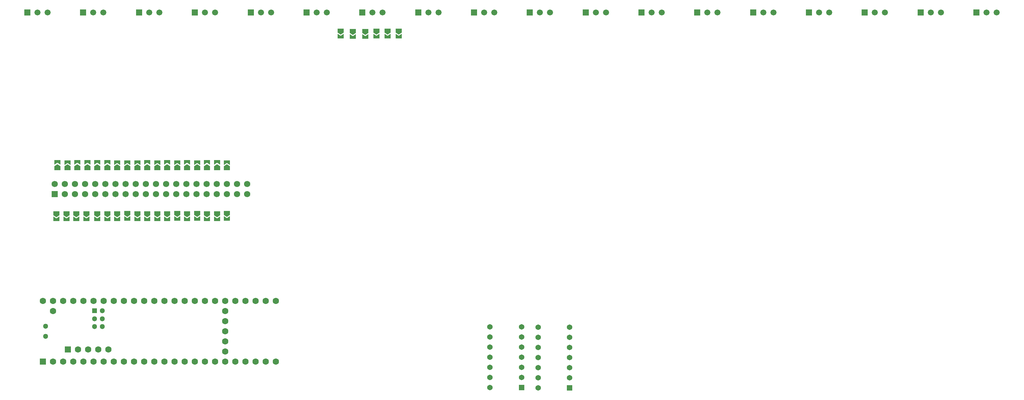
<source format=gbr>
%TF.GenerationSoftware,KiCad,Pcbnew,8.0.3-1.fc40*%
%TF.CreationDate,2024-06-20T20:24:11-04:00*%
%TF.ProjectId,sampler_split_sensor,73616d70-6c65-4725-9f73-706c69745f73,rev?*%
%TF.SameCoordinates,Original*%
%TF.FileFunction,Soldermask,Bot*%
%TF.FilePolarity,Negative*%
%FSLAX46Y46*%
G04 Gerber Fmt 4.6, Leading zero omitted, Abs format (unit mm)*
G04 Created by KiCad (PCBNEW 8.0.3-1.fc40) date 2024-06-20 20:24:11*
%MOMM*%
%LPD*%
G01*
G04 APERTURE LIST*
G04 Aperture macros list*
%AMRoundRect*
0 Rectangle with rounded corners*
0 $1 Rounding radius*
0 $2 $3 $4 $5 $6 $7 $8 $9 X,Y pos of 4 corners*
0 Add a 4 corners polygon primitive as box body*
4,1,4,$2,$3,$4,$5,$6,$7,$8,$9,$2,$3,0*
0 Add four circle primitives for the rounded corners*
1,1,$1+$1,$2,$3*
1,1,$1+$1,$4,$5*
1,1,$1+$1,$6,$7*
1,1,$1+$1,$8,$9*
0 Add four rect primitives between the rounded corners*
20,1,$1+$1,$2,$3,$4,$5,0*
20,1,$1+$1,$4,$5,$6,$7,0*
20,1,$1+$1,$6,$7,$8,$9,0*
20,1,$1+$1,$8,$9,$2,$3,0*%
%AMFreePoly0*
4,1,6,1.000000,0.000000,0.500000,-0.750000,-0.500000,-0.750000,-0.500000,0.750000,0.500000,0.750000,1.000000,0.000000,1.000000,0.000000,$1*%
%AMFreePoly1*
4,1,6,0.500000,-0.750000,-0.650000,-0.750000,-0.150000,0.000000,-0.650000,0.750000,0.500000,0.750000,0.500000,-0.750000,0.500000,-0.750000,$1*%
G04 Aperture macros list end*
%ADD10R,1.500000X1.500000*%
%ADD11C,1.500000*%
%ADD12C,1.374000*%
%ADD13RoundRect,0.102000X0.585000X0.585000X-0.585000X0.585000X-0.585000X-0.585000X0.585000X-0.585000X0*%
%ADD14FreePoly0,270.000000*%
%ADD15FreePoly1,270.000000*%
%ADD16RoundRect,0.102000X-0.685000X-0.685000X0.685000X-0.685000X0.685000X0.685000X-0.685000X0.685000X0*%
%ADD17C,1.574000*%
%ADD18R,1.600000X1.600000*%
%ADD19C,1.600000*%
%ADD20R,1.300000X1.300000*%
%ADD21C,1.300000*%
%ADD22FreePoly1,90.000000*%
%ADD23FreePoly0,90.000000*%
G04 APERTURE END LIST*
D10*
%TO.C,U4*%
X43960000Y-35860000D03*
D11*
X46500000Y-35860000D03*
X49040000Y-35860000D03*
%TD*%
D10*
%TO.C,U14*%
X183960000Y-35860000D03*
D11*
X186500000Y-35860000D03*
X189040000Y-35860000D03*
%TD*%
D10*
%TO.C,U2*%
X15960000Y-35860000D03*
D11*
X18500000Y-35860000D03*
X21040000Y-35860000D03*
%TD*%
D10*
%TO.C,U5*%
X57960000Y-35860000D03*
D11*
X60500000Y-35860000D03*
X63040000Y-35860000D03*
%TD*%
D10*
%TO.C,U3*%
X29960000Y-35860000D03*
D11*
X32500000Y-35860000D03*
X35040000Y-35860000D03*
%TD*%
D10*
%TO.C,U12*%
X155960000Y-35860000D03*
D11*
X158500000Y-35860000D03*
X161040000Y-35860000D03*
%TD*%
D10*
%TO.C,U18*%
X239960000Y-35860000D03*
D11*
X242500000Y-35860000D03*
X245040000Y-35860000D03*
%TD*%
D10*
%TO.C,U17*%
X225960000Y-35860000D03*
D11*
X228500000Y-35860000D03*
X231040000Y-35860000D03*
%TD*%
D10*
%TO.C,U6*%
X71960000Y-35860000D03*
D11*
X74500000Y-35860000D03*
X77040000Y-35860000D03*
%TD*%
D10*
%TO.C,U8*%
X99960000Y-35860000D03*
D11*
X102500000Y-35860000D03*
X105040000Y-35860000D03*
%TD*%
D10*
%TO.C,U11*%
X141960000Y-35860000D03*
D11*
X144500000Y-35860000D03*
X147040000Y-35860000D03*
%TD*%
D10*
%TO.C,U7*%
X85960000Y-35860000D03*
D11*
X88500000Y-35860000D03*
X91040000Y-35860000D03*
%TD*%
D10*
%TO.C,U10*%
X127960000Y-35860000D03*
D11*
X130500000Y-35860000D03*
X133040000Y-35860000D03*
%TD*%
D10*
%TO.C,U19*%
X253960000Y-35860000D03*
D11*
X256500000Y-35860000D03*
X259040000Y-35860000D03*
%TD*%
D10*
%TO.C,U9*%
X113960000Y-35860000D03*
D11*
X116500000Y-35860000D03*
X119040000Y-35860000D03*
%TD*%
D10*
%TO.C,U15*%
X197960000Y-35860000D03*
D11*
X200500000Y-35860000D03*
X203040000Y-35860000D03*
%TD*%
D10*
%TO.C,U13*%
X169960000Y-35860000D03*
D11*
X172500000Y-35860000D03*
X175040000Y-35860000D03*
%TD*%
D10*
%TO.C,U16*%
X211960000Y-35860000D03*
D11*
X214500000Y-35860000D03*
X217040000Y-35860000D03*
%TD*%
D12*
%TO.C,BOARDSEL_ENABLE1*%
X131955686Y-130120000D03*
X131955686Y-127580000D03*
X131955686Y-125040000D03*
X131955686Y-122500000D03*
X131955686Y-119960000D03*
X131955686Y-117420000D03*
X131955686Y-114880000D03*
X139895686Y-114880000D03*
X139895686Y-117420000D03*
X139895686Y-119960000D03*
X139895686Y-122500000D03*
X139895686Y-125040000D03*
X139895686Y-127580000D03*
D13*
X139895686Y-130120000D03*
%TD*%
D14*
%TO.C,JP5*%
X94500000Y-40475001D03*
D15*
X94500000Y-41924999D03*
%TD*%
D14*
%TO.C,JP6*%
X97600000Y-40500000D03*
D15*
X97600000Y-41949998D03*
%TD*%
D16*
%TO.C,J1*%
X22775686Y-81540000D03*
D17*
X22775686Y-79000000D03*
X25315686Y-81540000D03*
X25315686Y-79000000D03*
X27855686Y-81540000D03*
X27855686Y-79000000D03*
X30395686Y-81540000D03*
X30395686Y-79000000D03*
X32935686Y-81540000D03*
X32935686Y-79000000D03*
X35475686Y-81540000D03*
X35475686Y-79000000D03*
X38015686Y-81540000D03*
X38015686Y-79000000D03*
X40555686Y-81540000D03*
X40555686Y-79000000D03*
X43095686Y-81540000D03*
X43095686Y-79000000D03*
X45635686Y-81540000D03*
X45635686Y-79000000D03*
X48175686Y-81540000D03*
X48175686Y-79000000D03*
X50715686Y-81540000D03*
X50715686Y-79000000D03*
X53255686Y-81540000D03*
X53255686Y-79000000D03*
X55795686Y-81540000D03*
X55795686Y-79000000D03*
X58335686Y-81540000D03*
X58335686Y-79000000D03*
X60875686Y-81540000D03*
X60875686Y-79000000D03*
X63415686Y-81540000D03*
X63415686Y-79000000D03*
X65955686Y-81540000D03*
X65955686Y-79000000D03*
X68495686Y-81540000D03*
X68495686Y-79000000D03*
X71035686Y-81540000D03*
X71035686Y-79000000D03*
%TD*%
D18*
%TO.C,U1*%
X19805686Y-123620000D03*
D19*
X22345686Y-123620000D03*
X24885686Y-123620000D03*
X27425686Y-123620000D03*
X29965686Y-123620000D03*
X32505686Y-123620000D03*
X35045686Y-123620000D03*
X37585686Y-123620000D03*
X40125686Y-123620000D03*
X42665686Y-123620000D03*
X45205686Y-123620000D03*
X47745686Y-123620000D03*
X50285686Y-123620000D03*
X52825686Y-123620000D03*
X55365686Y-123620000D03*
X57905686Y-123620000D03*
X60445686Y-123620000D03*
X62985686Y-123620000D03*
X65525686Y-123620000D03*
X68065686Y-123620000D03*
X70605686Y-123620000D03*
X73145686Y-123620000D03*
X75685686Y-123620000D03*
X78225686Y-123620000D03*
X78225686Y-108380000D03*
X75685686Y-108380000D03*
X73145686Y-108380000D03*
X70605686Y-108380000D03*
X68065686Y-108380000D03*
X65525686Y-108380000D03*
X62985686Y-108380000D03*
X60445686Y-108380000D03*
X57905686Y-108380000D03*
X55365686Y-108380000D03*
X52825686Y-108380000D03*
X50285686Y-108380000D03*
X47745686Y-108380000D03*
X45205686Y-108380000D03*
X42665686Y-108380000D03*
X40125686Y-108380000D03*
X37585686Y-108380000D03*
X35045686Y-108380000D03*
X32505686Y-108380000D03*
X29965686Y-108380000D03*
X27425686Y-108380000D03*
X24885686Y-108380000D03*
X22345686Y-108380000D03*
X19805686Y-108380000D03*
X22345686Y-110920000D03*
X65525686Y-121080000D03*
X65525686Y-118540000D03*
X65525686Y-116000000D03*
X65525686Y-113460000D03*
X65525686Y-110920000D03*
D18*
X26104886Y-120569200D03*
D19*
X28644886Y-120569200D03*
X31184886Y-120569200D03*
X33724886Y-120569200D03*
X36264886Y-120569200D03*
D20*
X32775686Y-110818400D03*
D21*
X32775686Y-112818400D03*
X32775686Y-114818400D03*
X34775686Y-114818400D03*
X34775686Y-112818400D03*
X34775686Y-110818400D03*
X20535686Y-114730000D03*
X20535686Y-117270000D03*
%TD*%
D13*
%TO.C,BOARDSEL_CMP1*%
X151955686Y-130160000D03*
D12*
X151955686Y-127620000D03*
X151955686Y-125080000D03*
X151955686Y-122540000D03*
X151955686Y-120000000D03*
X151955686Y-117460000D03*
X151955686Y-114920000D03*
X144015686Y-114920000D03*
X144015686Y-117460000D03*
X144015686Y-120000000D03*
X144015686Y-122540000D03*
X144015686Y-125080000D03*
X144015686Y-127620000D03*
X144015686Y-130160000D03*
%TD*%
D14*
%TO.C,JP26*%
X109100000Y-40475001D03*
D15*
X109100000Y-41924999D03*
%TD*%
D14*
%TO.C,JPE01*%
X23265686Y-86300000D03*
D15*
X23265686Y-87750000D03*
%TD*%
D14*
%TO.C,JPE15*%
X58515686Y-86275000D03*
D15*
X58515686Y-87725000D03*
%TD*%
D14*
%TO.C,JPE13*%
X53515686Y-86275000D03*
D15*
X53515686Y-87725000D03*
%TD*%
D22*
%TO.C,JP20*%
X53515686Y-73525000D03*
D23*
X53515686Y-74975000D03*
%TD*%
D14*
%TO.C,JPE04*%
X30765686Y-86300000D03*
D15*
X30765686Y-87750000D03*
%TD*%
D22*
%TO.C,JP46*%
X63515686Y-73500000D03*
D23*
X63515686Y-74950000D03*
%TD*%
D14*
%TO.C,JPE18*%
X66015686Y-86275000D03*
D15*
X66015686Y-87725000D03*
%TD*%
D22*
%TO.C,JP16*%
X43515686Y-73525000D03*
D23*
X43515686Y-74975000D03*
%TD*%
D22*
%TO.C,JP47*%
X66015686Y-73525000D03*
D23*
X66015686Y-74975000D03*
%TD*%
D22*
%TO.C,JP13*%
X36015686Y-73500000D03*
D23*
X36015686Y-74950000D03*
%TD*%
D14*
%TO.C,JPE06*%
X36015686Y-86300000D03*
D15*
X36015686Y-87750000D03*
%TD*%
D22*
%TO.C,JP15*%
X41015686Y-73525000D03*
D23*
X41015686Y-74975000D03*
%TD*%
D14*
%TO.C,JPE08*%
X41015686Y-86275000D03*
D15*
X41015686Y-87725000D03*
%TD*%
D14*
%TO.C,JPE12*%
X51015686Y-86300000D03*
D15*
X51015686Y-87750000D03*
%TD*%
D22*
%TO.C,JP45*%
X61015686Y-73500000D03*
D23*
X61015686Y-74950000D03*
%TD*%
D22*
%TO.C,JP17*%
X46015686Y-73500000D03*
D23*
X46015686Y-74950000D03*
%TD*%
D14*
%TO.C,JPE14*%
X56015686Y-86300000D03*
D15*
X56015686Y-87750000D03*
%TD*%
D14*
%TO.C,JPE16*%
X61015686Y-86300000D03*
D15*
X61015686Y-87750000D03*
%TD*%
D22*
%TO.C,JP21*%
X56015686Y-73500000D03*
D23*
X56015686Y-74950000D03*
%TD*%
D14*
%TO.C,JPE03*%
X28265686Y-86300000D03*
D15*
X28265686Y-87750000D03*
%TD*%
D14*
%TO.C,JPE02*%
X25765686Y-86300000D03*
D15*
X25765686Y-87750000D03*
%TD*%
D22*
%TO.C,JP19*%
X51015686Y-73500000D03*
D23*
X51015686Y-74950000D03*
%TD*%
D14*
%TO.C,JPE09*%
X43515686Y-86300000D03*
D15*
X43515686Y-87750000D03*
%TD*%
D14*
%TO.C,JPE07*%
X38515686Y-86300000D03*
D15*
X38515686Y-87750000D03*
%TD*%
D22*
%TO.C,JP14*%
X38515686Y-73525000D03*
D23*
X38515686Y-74975000D03*
%TD*%
D22*
%TO.C,JP11*%
X31015686Y-73500000D03*
D23*
X31015686Y-74950000D03*
%TD*%
D14*
%TO.C,JPE05*%
X33515686Y-86300000D03*
D15*
X33515686Y-87750000D03*
%TD*%
D14*
%TO.C,JPE11*%
X48515686Y-86300000D03*
D15*
X48515686Y-87750000D03*
%TD*%
D22*
%TO.C,JP9*%
X26015686Y-73525000D03*
D23*
X26015686Y-74975000D03*
%TD*%
D22*
%TO.C,JP22*%
X58515686Y-73525000D03*
D23*
X58515686Y-74975000D03*
%TD*%
D14*
%TO.C,JPE10*%
X46015686Y-86300000D03*
D15*
X46015686Y-87750000D03*
%TD*%
D22*
%TO.C,JP18*%
X48515686Y-73525000D03*
D23*
X48515686Y-74975000D03*
%TD*%
D22*
%TO.C,JP8*%
X23515686Y-73500000D03*
D23*
X23515686Y-74950000D03*
%TD*%
D22*
%TO.C,JP10*%
X28515686Y-73500000D03*
D23*
X28515686Y-74950000D03*
%TD*%
D22*
%TO.C,JP12*%
X33515686Y-73500000D03*
D23*
X33515686Y-74950000D03*
%TD*%
D14*
%TO.C,JPE17*%
X63515686Y-86300000D03*
D15*
X63515686Y-87750000D03*
%TD*%
D14*
%TO.C,JP7*%
X100699998Y-40525000D03*
D15*
X100699998Y-41974998D03*
%TD*%
D14*
%TO.C,JP25*%
X106300000Y-40425000D03*
D15*
X106300000Y-41874998D03*
%TD*%
D14*
%TO.C,JP24*%
X103500000Y-40425000D03*
D15*
X103500000Y-41874998D03*
%TD*%
M02*

</source>
